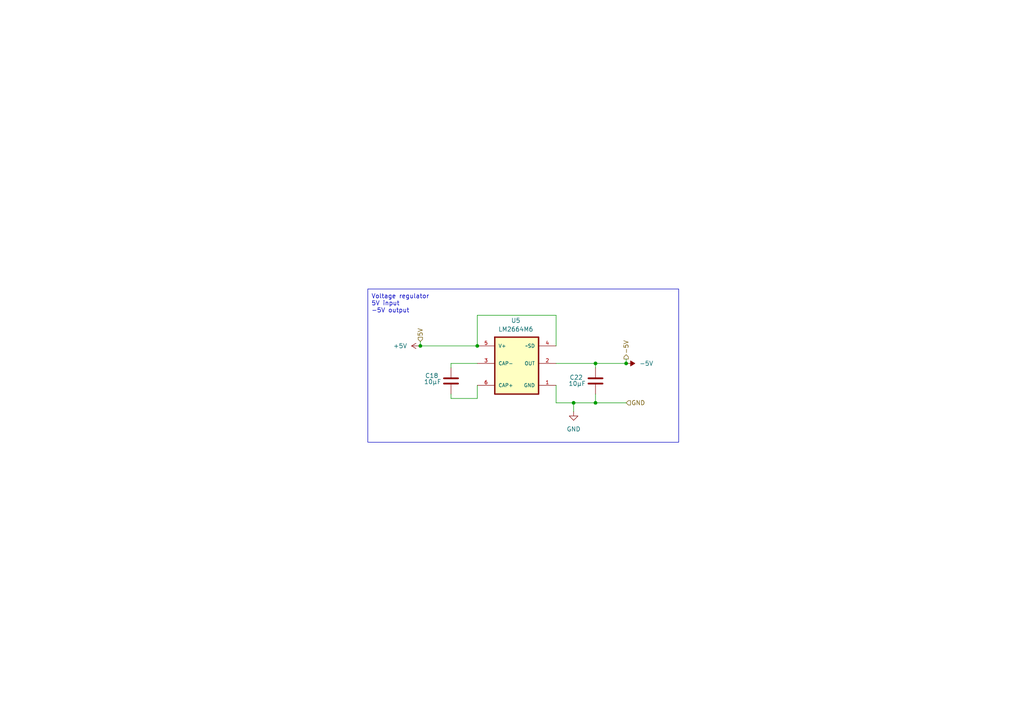
<source format=kicad_sch>
(kicad_sch (version 20231120) (generator "eeschema") (generator_version "8.0")
  (paper "A4")
  (lib_symbols
    (symbol "Device:C" (pin_numbers hide) (pin_names (offset 0.254))
      (property "Reference" "C" (at 0.635 2.54 0))
      (property "Value" "C" (at 0.635 -2.54 0))
      (symbol "C_0_1"
        (polyline (pts (xy -2.032 -0.762) (xy 2.032 -0.762)) (stroke (width 0.508)))
        (polyline (pts (xy -2.032 0.762) (xy 2.032 0.762)) (stroke (width 0.508)))
      )
      (symbol "C_1_1"
        (pin passive line (at 0 3.81 270) (length 2.794) (name "~") (number "1"))
        (pin passive line (at 0 -3.81 90) (length 2.794) (name "~") (number "2"))
      )
    )
    (symbol "custom_lib:LM2664M6" (pin_names (offset 1.016))
      (property "Reference" "U" (at -4.7761 12.3722 0))
      (property "Value" "LM2664M6" (at -3.7106 -21.7555 0))
      (symbol "LM2664M6_0_0"
        (rectangle (start -12.7 10.16) (end 0 -6.35) (stroke (width 0.4064)) (fill (type background)))
        (pin passive line (at 5.08 -3.81 180) (length 5.08) (name "GND") (number "1"))
        (pin output line (at 5.08 2.54 180) (length 5.08) (name "OUT") (number "2"))
        (pin input line (at -17.78 2.54 0) (length 5.08) (name "CAP-") (number "3"))
        (pin input line (at 5.08 7.62 180) (length 5.08) (name "~SD") (number "4"))
        (pin power_in line (at -17.78 7.62 0) (length 5.08) (name "V+") (number "5"))
        (pin input line (at -17.78 -3.81 0) (length 5.08) (name "CAP+") (number "6"))
      )
    )
    (symbol "power:+5V" (power) (pin_numbers hide) (pin_names (offset 0) hide)
      (property "Value" "+5V" (at 0 3.556 0))
      (symbol "+5V_0_1"
        (polyline (pts (xy -0.762 1.27) (xy 0 2.54)))
        (polyline (pts (xy 0 0) (xy 0 2.54)))
        (polyline (pts (xy 0 2.54) (xy 0.762 1.27)))
      )
      (symbol "+5V_1_1"
        (pin power_in line (at 0 0 90) (length 0) (name "~") (number "1"))
      )
    )
    (symbol "power:-5V" (power) (pin_numbers hide) (pin_names (offset 0) hide)
      (property "Value" "-5V" (at 0 3.556 0))
      (symbol "-5V_0_0"
        (pin power_in line (at 0 0 90) (length 0) (name "~") (number "1"))
      )
      (symbol "-5V_0_1"
        (polyline (pts (xy 0 0) (xy 0 1.27) (xy 0.762 1.27) (xy 0 2.54) (xy -0.762 1.27) (xy 0 1.27)) (fill (type outline)))
      )
    )
    (symbol "power:GND" (power) (pin_numbers hide) (pin_names (offset 0) hide)
      (property "Value" "GND" (at 0 -3.81 0))
      (symbol "GND_0_1"
        (polyline (pts (xy 0 0) (xy 0 -1.27) (xy 1.27 -1.27) (xy 0 -2.54) (xy -1.27 -1.27) (xy 0 -1.27)))
      )
      (symbol "GND_1_1"
        (pin power_in line (at 0 0 270) (length 0) (name "~") (number "1"))
      )
    )
  )
  (junction (at 166.37 116.84))
  (junction (at 121.92 100.33))
  (junction (at 181.61 105.41))
  (junction (at 172.72 105.41))
  (junction (at 172.72 116.84))
  (junction (at 138.43 100.33))
  (wire (pts (xy 130.81 115.57) (xy 138.43 115.57)))
  (wire (pts (xy 121.92 99.06) (xy 121.92 100.33)))
  (wire (pts (xy 130.81 115.57) (xy 130.81 114.3)))
  (wire (pts (xy 161.29 116.84) (xy 166.37 116.84)))
  (wire (pts (xy 181.61 105.41) (xy 172.72 105.41)))
  (wire (pts (xy 161.29 100.33) (xy 161.29 91.44)))
  (wire (pts (xy 161.29 91.44) (xy 138.43 91.44)))
  (wire (pts (xy 138.43 91.44) (xy 138.43 100.33)))
  (wire (pts (xy 121.92 100.33) (xy 138.43 100.33)))
  (wire (pts (xy 138.43 115.57) (xy 138.43 111.76)))
  (wire (pts (xy 172.72 116.84) (xy 181.61 116.84)))
  (wire (pts (xy 181.61 104.14) (xy 181.61 105.41)))
  (wire (pts (xy 166.37 116.84) (xy 166.37 119.38)))
  (wire (pts (xy 166.37 116.84) (xy 172.72 116.84)))
  (wire (pts (xy 161.29 105.41) (xy 172.72 105.41)))
  (wire (pts (xy 130.81 106.68) (xy 130.81 105.41)))
  (wire (pts (xy 172.72 106.68) (xy 172.72 105.41)))
  (wire (pts (xy 130.81 105.41) (xy 138.43 105.41)))
  (wire (pts (xy 172.72 116.84) (xy 172.72 114.3)))
  (wire (pts (xy 161.29 111.76) (xy 161.29 116.84)))
  (rectangle (start 106.68 83.82) (end 196.85 128.27))
  (text "Voltage regulator\n5V input\n-5V output" (at 107.696 85.344 0) (effects (font (size 1.27 1.27)) (justify left top)))
  (hierarchical_label "5V" (shape input) (at 121.92 99.06 90))
  (hierarchical_label "GND" (shape input) (at 181.61 116.84 0))
  (hierarchical_label "-5V" (shape output) (at 181.61 104.14 90))
  (symbol (lib_id "custom_lib:LM2664M6") (at 156.21 107.95 0) (unit 1)
    (property "Reference" "U5" (at 149.606 92.964 0))
    (property "Value" "LM2664M6" (at 149.606 95.504 0))
    (property "Footprint" "CustomLib:lm266" (effects (hide yes)))
    (property "MF" "Texas Instruments" (effects (hide yes)))
    (property "Description_1" "\n1.8-V to 5.5-VIN switched capacitor voltage inverter\n" (effects (hide yes)))
    (property "PACKAGE" "SOT-23-6" (effects (hide yes)))
    (property "MPN" "LM2664M6" (effects (hide yes)))
    (property "Price" "None" (effects (hide yes)))
    (property "Package" "SOT-23-6 Texas Instruments" (effects (hide yes)))
    (property "OC_FARNELL" "9779671" (effects (hide yes)))
    (property "SnapEDA_Link" "https://www.snapeda.com/parts/LM2664M6/NOPB/Texas+Instruments/view-part/?ref=snap" (effects (hide yes)))
    (property "MP" "LM2664M6/NOPB" (effects (hide yes)))
    (property "SUPPLIER" "NATIONAL SEMICONDUCTOR" (effects (hide yes)))
    (property "OC_NEWARK" "-" (effects (hide yes)))
    (property "Availability" "In Stock" (effects (hide yes)))
    (property "Check_prices" "https://www.snapeda.com/parts/LM2664M6/NOPB/Texas+Instruments/view-part/?ref=eda" (effects (hide yes)))
  )
  (symbol (lib_id "power:GND") (at 166.37 119.38 0) (unit 1)
    (property "Reference" "#PWR018" (effects (hide yes)))
    (property "Value" "GND" (at 166.37 124.46 0))
    (property "Description" "Power symbol creates a global label with name \"GND\" , ground" (effects (hide yes)))
  )
  (symbol (lib_id "power:+5V") (at 121.92 100.33 90) (unit 1)
    (property "Reference" "#PWR09" (effects (hide yes)))
    (property "Value" "+5V" (at 118.11 100.3299 90) (effects (justify left)))
    (property "Description" "Power symbol creates a global label with name \"+5V\"" (effects (hide yes)))
  )
  (symbol (lib_id "power:-5V") (at 181.61 105.41 270) (unit 1)
    (property "Reference" "#PWR025" (effects (hide yes)))
    (property "Value" "-5V" (at 185.42 105.4099 90) (effects (justify left)))
    (property "Description" "Power symbol creates a global label with name \"-5V\"" (effects (hide yes)))
  )
  (symbol (lib_id "Device:C") (at 172.72 110.49 180) (unit 1)
    (property "Reference" "C22" (at 167.132 109.474 0))
    (property "Value" "10µF" (at 167.386 111.252 0))
    (property "Footprint" "Capacitor_SMD:C_0603_1608Metric_Pad1.08x0.95mm_HandSolder" (effects (hide yes)))
    (property "Description" "Unpolarized capacitor" (effects (hide yes)))
  )
  (symbol (lib_id "Device:C") (at 130.81 110.49 180) (unit 1)
    (property "Reference" "C18" (at 125.222 108.966 0))
    (property "Value" "10µF" (at 125.476 110.744 0))
    (property "Footprint" "Capacitor_SMD:C_0603_1608Metric_Pad1.08x0.95mm_HandSolder" (effects (hide yes)))
    (property "Description" "Unpolarized capacitor" (effects (hide yes)))
  )
)
</source>
